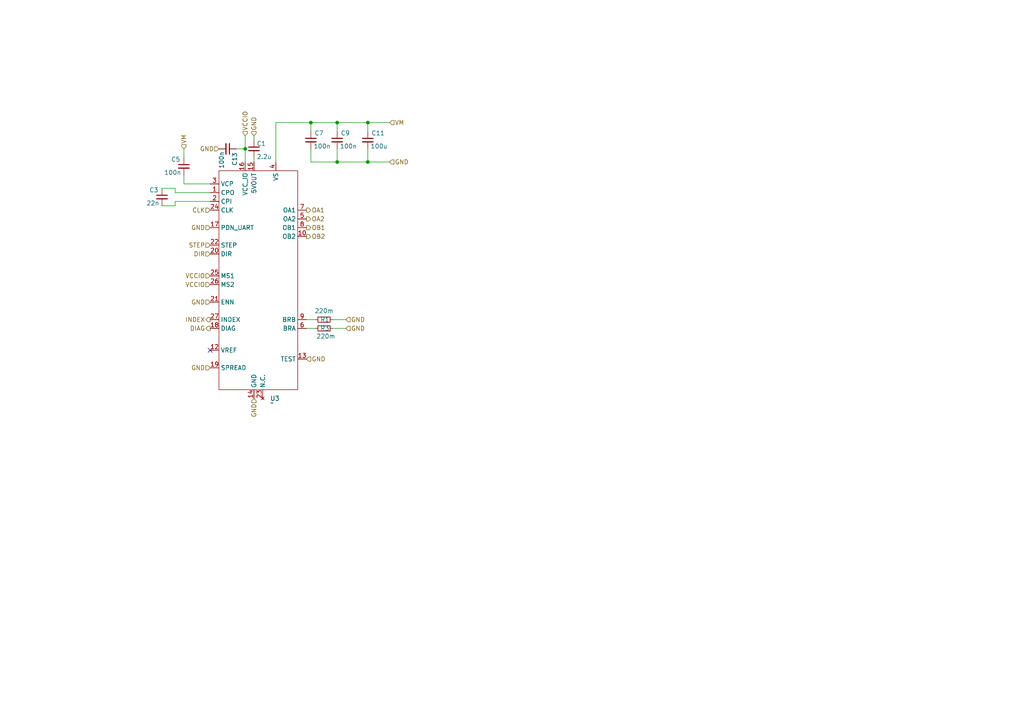
<source format=kicad_sch>
(kicad_sch
	(version 20250114)
	(generator "eeschema")
	(generator_version "9.0")
	(uuid "840412ee-a8ab-47b4-96db-aadfff9d46e8")
	(paper "A4")
	(lib_symbols
		(symbol "Device:C_Small"
			(pin_numbers
				(hide yes)
			)
			(pin_names
				(offset 0.254)
				(hide yes)
			)
			(exclude_from_sim no)
			(in_bom yes)
			(on_board yes)
			(property "Reference" "C"
				(at 0.254 1.778 0)
				(effects
					(font
						(size 1.27 1.27)
					)
					(justify left)
				)
			)
			(property "Value" "C_Small"
				(at 0.254 -2.032 0)
				(effects
					(font
						(size 1.27 1.27)
					)
					(justify left)
				)
			)
			(property "Footprint" ""
				(at 0 0 0)
				(effects
					(font
						(size 1.27 1.27)
					)
					(hide yes)
				)
			)
			(property "Datasheet" "~"
				(at 0 0 0)
				(effects
					(font
						(size 1.27 1.27)
					)
					(hide yes)
				)
			)
			(property "Description" "Unpolarized capacitor, small symbol"
				(at 0 0 0)
				(effects
					(font
						(size 1.27 1.27)
					)
					(hide yes)
				)
			)
			(property "ki_keywords" "capacitor cap"
				(at 0 0 0)
				(effects
					(font
						(size 1.27 1.27)
					)
					(hide yes)
				)
			)
			(property "ki_fp_filters" "C_*"
				(at 0 0 0)
				(effects
					(font
						(size 1.27 1.27)
					)
					(hide yes)
				)
			)
			(symbol "C_Small_0_1"
				(polyline
					(pts
						(xy -1.524 0.508) (xy 1.524 0.508)
					)
					(stroke
						(width 0.3048)
						(type default)
					)
					(fill
						(type none)
					)
				)
				(polyline
					(pts
						(xy -1.524 -0.508) (xy 1.524 -0.508)
					)
					(stroke
						(width 0.3302)
						(type default)
					)
					(fill
						(type none)
					)
				)
			)
			(symbol "C_Small_1_1"
				(pin passive line
					(at 0 2.54 270)
					(length 2.032)
					(name "~"
						(effects
							(font
								(size 1.27 1.27)
							)
						)
					)
					(number "1"
						(effects
							(font
								(size 1.27 1.27)
							)
						)
					)
				)
				(pin passive line
					(at 0 -2.54 90)
					(length 2.032)
					(name "~"
						(effects
							(font
								(size 1.27 1.27)
							)
						)
					)
					(number "2"
						(effects
							(font
								(size 1.27 1.27)
							)
						)
					)
				)
			)
			(embedded_fonts no)
		)
		(symbol "Device:R_Small"
			(pin_numbers
				(hide yes)
			)
			(pin_names
				(offset 0.254)
				(hide yes)
			)
			(exclude_from_sim no)
			(in_bom yes)
			(on_board yes)
			(property "Reference" "R"
				(at 0.762 0.508 0)
				(effects
					(font
						(size 1.27 1.27)
					)
					(justify left)
				)
			)
			(property "Value" "R_Small"
				(at 0.762 -1.016 0)
				(effects
					(font
						(size 1.27 1.27)
					)
					(justify left)
				)
			)
			(property "Footprint" ""
				(at 0 0 0)
				(effects
					(font
						(size 1.27 1.27)
					)
					(hide yes)
				)
			)
			(property "Datasheet" "~"
				(at 0 0 0)
				(effects
					(font
						(size 1.27 1.27)
					)
					(hide yes)
				)
			)
			(property "Description" "Resistor, small symbol"
				(at 0 0 0)
				(effects
					(font
						(size 1.27 1.27)
					)
					(hide yes)
				)
			)
			(property "ki_keywords" "R resistor"
				(at 0 0 0)
				(effects
					(font
						(size 1.27 1.27)
					)
					(hide yes)
				)
			)
			(property "ki_fp_filters" "R_*"
				(at 0 0 0)
				(effects
					(font
						(size 1.27 1.27)
					)
					(hide yes)
				)
			)
			(symbol "R_Small_0_1"
				(rectangle
					(start -0.762 1.778)
					(end 0.762 -1.778)
					(stroke
						(width 0.2032)
						(type default)
					)
					(fill
						(type none)
					)
				)
			)
			(symbol "R_Small_1_1"
				(pin passive line
					(at 0 2.54 270)
					(length 0.762)
					(name "~"
						(effects
							(font
								(size 1.27 1.27)
							)
						)
					)
					(number "1"
						(effects
							(font
								(size 1.27 1.27)
							)
						)
					)
				)
				(pin passive line
					(at 0 -2.54 90)
					(length 0.762)
					(name "~"
						(effects
							(font
								(size 1.27 1.27)
							)
						)
					)
					(number "2"
						(effects
							(font
								(size 1.27 1.27)
							)
						)
					)
				)
			)
			(embedded_fonts no)
		)
		(symbol "maker_rattrapage:TMC2225-SA"
			(exclude_from_sim no)
			(in_bom yes)
			(on_board yes)
			(property "Reference" "U"
				(at 0 0 0)
				(effects
					(font
						(size 1.27 1.27)
					)
				)
			)
			(property "Value" ""
				(at 0 0 0)
				(effects
					(font
						(size 1.27 1.27)
					)
				)
			)
			(property "Footprint" ""
				(at 0 0 0)
				(effects
					(font
						(size 1.27 1.27)
					)
					(hide yes)
				)
			)
			(property "Datasheet" ""
				(at 0 0 0)
				(effects
					(font
						(size 1.27 1.27)
					)
					(hide yes)
				)
			)
			(property "Description" ""
				(at 0 0 0)
				(effects
					(font
						(size 1.27 1.27)
					)
					(hide yes)
				)
			)
			(symbol "TMC2225-SA_0_1"
				(rectangle
					(start -11.43 16.51)
					(end 11.43 -46.99)
					(stroke
						(width 0)
						(type default)
					)
					(fill
						(type none)
					)
				)
			)
			(symbol "TMC2225-SA_1_1"
				(pin input line
					(at -13.97 12.7 0)
					(length 2.54)
					(name "VCP"
						(effects
							(font
								(size 1.27 1.27)
							)
						)
					)
					(number "3"
						(effects
							(font
								(size 1.27 1.27)
							)
						)
					)
				)
				(pin output line
					(at -13.97 10.16 0)
					(length 2.54)
					(name "CPO"
						(effects
							(font
								(size 1.27 1.27)
							)
						)
					)
					(number "1"
						(effects
							(font
								(size 1.27 1.27)
							)
						)
					)
				)
				(pin input line
					(at -13.97 7.62 0)
					(length 2.54)
					(name "CPI"
						(effects
							(font
								(size 1.27 1.27)
							)
						)
					)
					(number "2"
						(effects
							(font
								(size 1.27 1.27)
							)
						)
					)
				)
				(pin input line
					(at -13.97 5.08 0)
					(length 2.54)
					(name "CLK"
						(effects
							(font
								(size 1.27 1.27)
							)
						)
					)
					(number "24"
						(effects
							(font
								(size 1.27 1.27)
							)
						)
					)
				)
				(pin passive line
					(at -13.97 0 0)
					(length 2.54)
					(name "PDN_UART"
						(effects
							(font
								(size 1.27 1.27)
							)
						)
					)
					(number "17"
						(effects
							(font
								(size 1.27 1.27)
							)
						)
					)
				)
				(pin input line
					(at -13.97 -5.08 0)
					(length 2.54)
					(name "STEP"
						(effects
							(font
								(size 1.27 1.27)
							)
						)
					)
					(number "22"
						(effects
							(font
								(size 1.27 1.27)
							)
						)
					)
				)
				(pin input line
					(at -13.97 -7.62 0)
					(length 2.54)
					(name "DIR"
						(effects
							(font
								(size 1.27 1.27)
							)
						)
					)
					(number "20"
						(effects
							(font
								(size 1.27 1.27)
							)
						)
					)
				)
				(pin input line
					(at -13.97 -13.97 0)
					(length 2.54)
					(name "MS1"
						(effects
							(font
								(size 1.27 1.27)
							)
						)
					)
					(number "25"
						(effects
							(font
								(size 1.27 1.27)
							)
						)
					)
				)
				(pin input line
					(at -13.97 -16.51 0)
					(length 2.54)
					(name "MS2"
						(effects
							(font
								(size 1.27 1.27)
							)
						)
					)
					(number "26"
						(effects
							(font
								(size 1.27 1.27)
							)
						)
					)
				)
				(pin input line
					(at -13.97 -21.59 0)
					(length 2.54)
					(name "ENN"
						(effects
							(font
								(size 1.27 1.27)
							)
						)
					)
					(number "21"
						(effects
							(font
								(size 1.27 1.27)
							)
						)
					)
				)
				(pin output line
					(at -13.97 -26.67 0)
					(length 2.54)
					(name "INDEX"
						(effects
							(font
								(size 1.27 1.27)
							)
						)
					)
					(number "27"
						(effects
							(font
								(size 1.27 1.27)
							)
						)
					)
				)
				(pin output line
					(at -13.97 -29.21 0)
					(length 2.54)
					(name "DIAG"
						(effects
							(font
								(size 1.27 1.27)
							)
						)
					)
					(number "18"
						(effects
							(font
								(size 1.27 1.27)
							)
						)
					)
				)
				(pin input line
					(at -13.97 -35.56 0)
					(length 2.54)
					(name "VREF"
						(effects
							(font
								(size 1.27 1.27)
							)
						)
					)
					(number "12"
						(effects
							(font
								(size 1.27 1.27)
							)
						)
					)
				)
				(pin input line
					(at -13.97 -40.64 0)
					(length 2.54)
					(name "SPREAD"
						(effects
							(font
								(size 1.27 1.27)
							)
						)
					)
					(number "19"
						(effects
							(font
								(size 1.27 1.27)
							)
						)
					)
				)
				(pin power_in line
					(at -3.81 19.05 270)
					(length 2.54)
					(name "VCC_IO"
						(effects
							(font
								(size 1.27 1.27)
							)
						)
					)
					(number "16"
						(effects
							(font
								(size 1.27 1.27)
							)
						)
					)
				)
				(pin power_out line
					(at -1.27 19.05 270)
					(length 2.54)
					(name "5VOUT"
						(effects
							(font
								(size 1.27 1.27)
							)
						)
					)
					(number "15"
						(effects
							(font
								(size 1.27 1.27)
							)
						)
					)
				)
				(pin power_in line
					(at -1.27 -49.53 90)
					(length 2.54)
					(name "GND"
						(effects
							(font
								(size 1.27 1.27)
							)
						)
					)
					(number "14"
						(effects
							(font
								(size 1.27 1.27)
							)
						)
					)
				)
				(pin power_in line
					(at -1.27 -49.53 90)
					(length 2.54)
					(hide yes)
					(name "GND"
						(effects
							(font
								(size 1.27 1.27)
							)
						)
					)
					(number "28"
						(effects
							(font
								(size 1.27 1.27)
							)
						)
					)
				)
				(pin power_in line
					(at -1.27 -49.53 90)
					(length 2.54)
					(hide yes)
					(name "GND"
						(effects
							(font
								(size 1.27 1.27)
							)
						)
					)
					(number "29"
						(effects
							(font
								(size 1.27 1.27)
							)
						)
					)
				)
				(pin no_connect line
					(at 1.27 -49.53 90)
					(length 2.54)
					(name "N.C."
						(effects
							(font
								(size 1.27 1.27)
							)
						)
					)
					(number "23"
						(effects
							(font
								(size 1.27 1.27)
							)
						)
					)
				)
				(pin power_in line
					(at 5.08 19.05 270)
					(length 2.54)
					(hide yes)
					(name "VS"
						(effects
							(font
								(size 1.27 1.27)
							)
						)
					)
					(number "11"
						(effects
							(font
								(size 1.27 1.27)
							)
						)
					)
				)
				(pin power_in line
					(at 5.08 19.05 270)
					(length 2.54)
					(name "VS"
						(effects
							(font
								(size 1.27 1.27)
							)
						)
					)
					(number "4"
						(effects
							(font
								(size 1.27 1.27)
							)
						)
					)
				)
				(pin output line
					(at 13.97 5.08 180)
					(length 2.54)
					(name "OA1"
						(effects
							(font
								(size 1.27 1.27)
							)
						)
					)
					(number "7"
						(effects
							(font
								(size 1.27 1.27)
							)
						)
					)
				)
				(pin output line
					(at 13.97 2.54 180)
					(length 2.54)
					(name "OA2"
						(effects
							(font
								(size 1.27 1.27)
							)
						)
					)
					(number "5"
						(effects
							(font
								(size 1.27 1.27)
							)
						)
					)
				)
				(pin output line
					(at 13.97 0 180)
					(length 2.54)
					(name "OB1"
						(effects
							(font
								(size 1.27 1.27)
							)
						)
					)
					(number "8"
						(effects
							(font
								(size 1.27 1.27)
							)
						)
					)
				)
				(pin output line
					(at 13.97 -2.54 180)
					(length 2.54)
					(name "OB2"
						(effects
							(font
								(size 1.27 1.27)
							)
						)
					)
					(number "10"
						(effects
							(font
								(size 1.27 1.27)
							)
						)
					)
				)
				(pin passive line
					(at 13.97 -26.67 180)
					(length 2.54)
					(name "BRB"
						(effects
							(font
								(size 1.27 1.27)
							)
						)
					)
					(number "9"
						(effects
							(font
								(size 1.27 1.27)
							)
						)
					)
				)
				(pin passive line
					(at 13.97 -29.21 180)
					(length 2.54)
					(name "BRA"
						(effects
							(font
								(size 1.27 1.27)
							)
						)
					)
					(number "6"
						(effects
							(font
								(size 1.27 1.27)
							)
						)
					)
				)
				(pin passive line
					(at 13.97 -38.1 180)
					(length 2.54)
					(name "TEST"
						(effects
							(font
								(size 1.27 1.27)
							)
						)
					)
					(number "13"
						(effects
							(font
								(size 1.27 1.27)
							)
						)
					)
				)
			)
			(embedded_fonts no)
		)
	)
	(junction
		(at 106.68 46.99)
		(diameter 0)
		(color 0 0 0 0)
		(uuid "2075d81c-64a0-4022-a28a-3881530f450a")
	)
	(junction
		(at 106.68 35.56)
		(diameter 0)
		(color 0 0 0 0)
		(uuid "25c09212-9331-46bf-8163-a306ea14b7fa")
	)
	(junction
		(at 90.17 35.56)
		(diameter 0)
		(color 0 0 0 0)
		(uuid "62f2f94e-1066-42a7-a17d-d8ea45aee421")
	)
	(junction
		(at 97.79 35.56)
		(diameter 0)
		(color 0 0 0 0)
		(uuid "789b6b4d-d8f1-4405-a43c-e25332913a3d")
	)
	(junction
		(at 97.79 46.99)
		(diameter 0)
		(color 0 0 0 0)
		(uuid "aa98cc82-77b7-4986-a007-68472ed02e8b")
	)
	(junction
		(at 71.12 43.18)
		(diameter 0)
		(color 0 0 0 0)
		(uuid "e3a850c8-e44b-4d1e-820c-8b2337a09381")
	)
	(no_connect
		(at 60.96 101.6)
		(uuid "4c1c0b6d-ccf8-4e96-a8e8-051a951c3e16")
	)
	(wire
		(pts
			(xy 71.12 46.99) (xy 71.12 43.18)
		)
		(stroke
			(width 0)
			(type default)
		)
		(uuid "085899d2-b03c-4326-ae61-da2c8d2f4df0")
	)
	(wire
		(pts
			(xy 46.99 59.69) (xy 50.8 59.69)
		)
		(stroke
			(width 0)
			(type default)
		)
		(uuid "17ce50e5-bfe1-4a0a-8dc8-6853e36e9dae")
	)
	(wire
		(pts
			(xy 96.52 95.25) (xy 100.33 95.25)
		)
		(stroke
			(width 0)
			(type default)
		)
		(uuid "195da73e-7ece-42ae-b6a3-39e9461268f1")
	)
	(wire
		(pts
			(xy 71.12 43.18) (xy 68.58 43.18)
		)
		(stroke
			(width 0)
			(type default)
		)
		(uuid "19684c0a-e314-42ed-a28d-6196f8da2172")
	)
	(wire
		(pts
			(xy 113.03 35.56) (xy 106.68 35.56)
		)
		(stroke
			(width 0)
			(type default)
		)
		(uuid "1c9d66bb-4094-4a09-be77-d569dd3a7f68")
	)
	(wire
		(pts
			(xy 106.68 38.1) (xy 106.68 35.56)
		)
		(stroke
			(width 0)
			(type default)
		)
		(uuid "23054382-316c-4452-b784-6512fe4a5231")
	)
	(wire
		(pts
			(xy 97.79 46.99) (xy 90.17 46.99)
		)
		(stroke
			(width 0)
			(type default)
		)
		(uuid "301ff95b-b15b-435e-a543-682a74a25522")
	)
	(wire
		(pts
			(xy 73.66 45.72) (xy 73.66 46.99)
		)
		(stroke
			(width 0)
			(type default)
		)
		(uuid "39a776f1-b0de-44e1-9932-620a3c32e3a8")
	)
	(wire
		(pts
			(xy 73.66 39.37) (xy 73.66 40.64)
		)
		(stroke
			(width 0)
			(type default)
		)
		(uuid "3b2bf346-7618-4d69-b37e-1ddd9c374a6a")
	)
	(wire
		(pts
			(xy 113.03 46.99) (xy 106.68 46.99)
		)
		(stroke
			(width 0)
			(type default)
		)
		(uuid "3ec3a337-c78b-4a05-a925-82456a65f269")
	)
	(wire
		(pts
			(xy 80.01 35.56) (xy 80.01 46.99)
		)
		(stroke
			(width 0)
			(type default)
		)
		(uuid "4579eb39-b63a-4b18-bdf1-59037dfb8377")
	)
	(wire
		(pts
			(xy 97.79 43.18) (xy 97.79 46.99)
		)
		(stroke
			(width 0)
			(type default)
		)
		(uuid "50c0ff81-664d-4e51-aa55-9c390ba4fd80")
	)
	(wire
		(pts
			(xy 97.79 35.56) (xy 90.17 35.56)
		)
		(stroke
			(width 0)
			(type default)
		)
		(uuid "516ce26c-941a-4ab5-9fae-9ee60c73b930")
	)
	(wire
		(pts
			(xy 90.17 35.56) (xy 90.17 38.1)
		)
		(stroke
			(width 0)
			(type default)
		)
		(uuid "52041368-d7d8-4ccf-9f92-cea710fffcd3")
	)
	(wire
		(pts
			(xy 53.34 43.18) (xy 53.34 45.72)
		)
		(stroke
			(width 0)
			(type default)
		)
		(uuid "54f6867c-0ed8-4299-92c7-6006dd151496")
	)
	(wire
		(pts
			(xy 97.79 38.1) (xy 97.79 35.56)
		)
		(stroke
			(width 0)
			(type default)
		)
		(uuid "57c24eb2-a53c-4a0d-a3ea-01903cd1ecf9")
	)
	(wire
		(pts
			(xy 96.52 92.71) (xy 100.33 92.71)
		)
		(stroke
			(width 0)
			(type default)
		)
		(uuid "593a3f6e-25e3-4048-b879-0f0502ff2a48")
	)
	(wire
		(pts
			(xy 106.68 35.56) (xy 97.79 35.56)
		)
		(stroke
			(width 0)
			(type default)
		)
		(uuid "5e13c707-9e30-4a8c-ab62-6c2fb556e8df")
	)
	(wire
		(pts
			(xy 106.68 43.18) (xy 106.68 46.99)
		)
		(stroke
			(width 0)
			(type default)
		)
		(uuid "63a7f47d-8618-4c75-b5fc-bd8a7ef25d1d")
	)
	(wire
		(pts
			(xy 46.99 54.61) (xy 50.8 54.61)
		)
		(stroke
			(width 0)
			(type default)
		)
		(uuid "71a60e5c-85dc-4547-84de-893ea4fe0edc")
	)
	(wire
		(pts
			(xy 90.17 43.18) (xy 90.17 46.99)
		)
		(stroke
			(width 0)
			(type default)
		)
		(uuid "8e7c907b-4086-4c85-be63-257e9179d21a")
	)
	(wire
		(pts
			(xy 50.8 55.88) (xy 50.8 54.61)
		)
		(stroke
			(width 0)
			(type default)
		)
		(uuid "b549e4c8-b686-45f1-8d93-7bb5c3fd7784")
	)
	(wire
		(pts
			(xy 91.44 95.25) (xy 88.9 95.25)
		)
		(stroke
			(width 0)
			(type default)
		)
		(uuid "b99f95fe-d53e-495d-a7ea-41f0633318bf")
	)
	(wire
		(pts
			(xy 60.96 53.34) (xy 53.34 53.34)
		)
		(stroke
			(width 0)
			(type default)
		)
		(uuid "bb3327e9-9219-4ef8-88c0-659a2a62405a")
	)
	(wire
		(pts
			(xy 60.96 58.42) (xy 50.8 58.42)
		)
		(stroke
			(width 0)
			(type default)
		)
		(uuid "bf024053-d455-41aa-8d7f-b5d4ab59cf03")
	)
	(wire
		(pts
			(xy 50.8 58.42) (xy 50.8 59.69)
		)
		(stroke
			(width 0)
			(type default)
		)
		(uuid "c43a2040-d679-4426-96b3-64109c4a9c67")
	)
	(wire
		(pts
			(xy 60.96 55.88) (xy 50.8 55.88)
		)
		(stroke
			(width 0)
			(type default)
		)
		(uuid "d0d23d78-ca54-41f2-baba-74fa1e9f2d10")
	)
	(wire
		(pts
			(xy 80.01 35.56) (xy 90.17 35.56)
		)
		(stroke
			(width 0)
			(type default)
		)
		(uuid "d1387386-f036-4955-bb6d-faef4d15b2c0")
	)
	(wire
		(pts
			(xy 71.12 39.37) (xy 71.12 43.18)
		)
		(stroke
			(width 0)
			(type default)
		)
		(uuid "d554168c-83a7-4627-b5a5-c221e0d5cdb3")
	)
	(wire
		(pts
			(xy 53.34 53.34) (xy 53.34 50.8)
		)
		(stroke
			(width 0)
			(type default)
		)
		(uuid "d672a061-c4d0-4988-86f4-95e4dc33897e")
	)
	(wire
		(pts
			(xy 106.68 46.99) (xy 97.79 46.99)
		)
		(stroke
			(width 0)
			(type default)
		)
		(uuid "e5273d96-9fe5-415d-8a41-328aeaf5d3b3")
	)
	(wire
		(pts
			(xy 91.44 92.71) (xy 88.9 92.71)
		)
		(stroke
			(width 0)
			(type default)
		)
		(uuid "f39146f6-02e4-4f2a-be96-dad5e99d796b")
	)
	(hierarchical_label "GND"
		(shape input)
		(at 60.96 87.63 180)
		(effects
			(font
				(size 1.27 1.27)
			)
			(justify right)
		)
		(uuid "16799f86-29de-4eb8-8595-b7c7c027de0d")
	)
	(hierarchical_label "GND"
		(shape input)
		(at 100.33 95.25 0)
		(effects
			(font
				(size 1.27 1.27)
			)
			(justify left)
		)
		(uuid "1d7e3112-c86c-4aac-91b8-54494903cc84")
	)
	(hierarchical_label "OA1"
		(shape output)
		(at 88.9 60.96 0)
		(effects
			(font
				(size 1.27 1.27)
			)
			(justify left)
		)
		(uuid "1e44a152-c854-4d9f-83fe-8dc7f8c8c633")
	)
	(hierarchical_label "GND"
		(shape input)
		(at 63.5 43.18 180)
		(effects
			(font
				(size 1.27 1.27)
			)
			(justify right)
		)
		(uuid "2ec0276f-75bd-45b1-9410-266d6eb02064")
	)
	(hierarchical_label "GND"
		(shape input)
		(at 113.03 46.99 0)
		(effects
			(font
				(size 1.27 1.27)
			)
			(justify left)
		)
		(uuid "305cc2ca-c4e4-48f1-b1d6-f2608472ce81")
	)
	(hierarchical_label "VCCIO"
		(shape input)
		(at 60.96 80.01 180)
		(effects
			(font
				(size 1.27 1.27)
			)
			(justify right)
		)
		(uuid "3964c853-f0c6-4078-a47f-95fa6127966b")
	)
	(hierarchical_label "INDEX"
		(shape output)
		(at 60.96 92.71 180)
		(effects
			(font
				(size 1.27 1.27)
			)
			(justify right)
		)
		(uuid "399df578-861d-4b5b-a214-97709f22f850")
	)
	(hierarchical_label "VM"
		(shape input)
		(at 113.03 35.56 0)
		(effects
			(font
				(size 1.27 1.27)
			)
			(justify left)
		)
		(uuid "4906a963-f085-4f9c-a455-6dc7336b7931")
	)
	(hierarchical_label "OB2"
		(shape output)
		(at 88.9 68.58 0)
		(effects
			(font
				(size 1.27 1.27)
			)
			(justify left)
		)
		(uuid "4c4e5cff-d7b6-4713-98b7-1ca0b73f0860")
	)
	(hierarchical_label "OA2"
		(shape output)
		(at 88.9 63.5 0)
		(effects
			(font
				(size 1.27 1.27)
			)
			(justify left)
		)
		(uuid "4ca2451d-f493-4cad-a2d3-9c8d3fa2e5e2")
	)
	(hierarchical_label "GND"
		(shape input)
		(at 60.96 66.04 180)
		(effects
			(font
				(size 1.27 1.27)
			)
			(justify right)
		)
		(uuid "52d1e346-38de-4358-8ada-5e67c5e63851")
	)
	(hierarchical_label "VM"
		(shape input)
		(at 53.34 43.18 90)
		(effects
			(font
				(size 1.27 1.27)
			)
			(justify left)
		)
		(uuid "6138c7d6-bc5c-4940-8d9a-7f1fd254df3e")
	)
	(hierarchical_label "CLK"
		(shape input)
		(at 60.96 60.96 180)
		(effects
			(font
				(size 1.27 1.27)
			)
			(justify right)
		)
		(uuid "6b264096-12d3-4406-bd8d-4e8469dda0bb")
	)
	(hierarchical_label "GND"
		(shape input)
		(at 73.66 39.37 90)
		(effects
			(font
				(size 1.27 1.27)
			)
			(justify left)
		)
		(uuid "7d6ec7d6-4268-4c1d-bdda-30e2c3028f1d")
	)
	(hierarchical_label "GND"
		(shape input)
		(at 73.66 115.57 270)
		(effects
			(font
				(size 1.27 1.27)
			)
			(justify right)
		)
		(uuid "9f79b61b-7b3d-41eb-a550-7de05432cff2")
	)
	(hierarchical_label "GND"
		(shape input)
		(at 100.33 92.71 0)
		(effects
			(font
				(size 1.27 1.27)
			)
			(justify left)
		)
		(uuid "a50c127f-8bd9-4595-9395-40c936ef0435")
	)
	(hierarchical_label "VCCIO"
		(shape input)
		(at 71.12 39.37 90)
		(effects
			(font
				(size 1.27 1.27)
			)
			(justify left)
		)
		(uuid "b221125f-eb43-49eb-98b6-a23ab9ad7650")
	)
	(hierarchical_label "OB1"
		(shape output)
		(at 88.9 66.04 0)
		(effects
			(font
				(size 1.27 1.27)
			)
			(justify left)
		)
		(uuid "b4d7e3e8-de06-4435-943b-52ac8ca3b98e")
	)
	(hierarchical_label "GND"
		(shape input)
		(at 60.96 106.68 180)
		(effects
			(font
				(size 1.27 1.27)
			)
			(justify right)
		)
		(uuid "c5c21d78-ef11-46fc-a38a-a1f46bef269a")
	)
	(hierarchical_label "DIR"
		(shape input)
		(at 60.96 73.66 180)
		(effects
			(font
				(size 1.27 1.27)
			)
			(justify right)
		)
		(uuid "cd9c4c7e-5c70-4236-9649-a10b9d372364")
	)
	(hierarchical_label "DIAG"
		(shape output)
		(at 60.96 95.25 180)
		(effects
			(font
				(size 1.27 1.27)
			)
			(justify right)
		)
		(uuid "d886d054-0ad1-4493-a925-cce05d2eac8b")
	)
	(hierarchical_label "VCCIO"
		(shape input)
		(at 60.96 82.55 180)
		(effects
			(font
				(size 1.27 1.27)
			)
			(justify right)
		)
		(uuid "e8bfe3a2-f68b-4685-923c-10619427fce4")
	)
	(hierarchical_label "STEP"
		(shape input)
		(at 60.96 71.12 180)
		(effects
			(font
				(size 1.27 1.27)
			)
			(justify right)
		)
		(uuid "ec901eb5-d8a9-45d6-b5f4-e4635fec7ae5")
	)
	(hierarchical_label "GND"
		(shape input)
		(at 88.9 104.14 0)
		(effects
			(font
				(size 1.27 1.27)
			)
			(justify left)
		)
		(uuid "f77cb3eb-e378-4670-96ff-e7c68735da87")
	)
	(symbol
		(lib_id "Device:C_Small")
		(at 73.66 43.18 0)
		(unit 1)
		(exclude_from_sim no)
		(in_bom yes)
		(on_board yes)
		(dnp no)
		(uuid "1759b32b-e623-4f31-8983-97c57437a5a6")
		(property "Reference" "C1"
			(at 74.422 41.656 0)
			(effects
				(font
					(size 1.27 1.27)
				)
				(justify left)
			)
		)
		(property "Value" "2.2u"
			(at 74.422 45.466 0)
			(effects
				(font
					(size 1.27 1.27)
				)
				(justify left)
			)
		)
		(property "Footprint" "Capacitor_SMD:C_0504_1310Metric"
			(at 73.66 43.18 0)
			(effects
				(font
					(size 1.27 1.27)
				)
				(hide yes)
			)
		)
		(property "Datasheet" "~"
			(at 73.66 43.18 0)
			(effects
				(font
					(size 1.27 1.27)
				)
				(hide yes)
			)
		)
		(property "Description" "Unpolarized capacitor, small symbol"
			(at 73.66 43.18 0)
			(effects
				(font
					(size 1.27 1.27)
				)
				(hide yes)
			)
		)
		(pin "2"
			(uuid "b001b5a9-3f32-4452-b92a-8866673f7d27")
		)
		(pin "1"
			(uuid "6dc1d150-b019-4355-ba7d-d134d4d57292")
		)
		(instances
			(project ""
				(path "/7d8adc11-0b61-4b15-8d40-e1382185ffc3/45067645-2883-4626-a013-e9c2fed95d7d"
					(reference "C1")
					(unit 1)
				)
				(path "/7d8adc11-0b61-4b15-8d40-e1382185ffc3/96df73cf-1493-4900-af28-513566e66802"
					(reference "C2")
					(unit 1)
				)
			)
		)
	)
	(symbol
		(lib_id "Device:R_Small")
		(at 93.98 92.71 90)
		(unit 1)
		(exclude_from_sim no)
		(in_bom yes)
		(on_board yes)
		(dnp no)
		(uuid "28d06360-6ede-4678-b2b0-1c04a453c041")
		(property "Reference" "R1"
			(at 94.234 92.71 90)
			(effects
				(font
					(size 1.27 1.27)
				)
			)
		)
		(property "Value" "220m"
			(at 93.98 90.17 90)
			(effects
				(font
					(size 1.27 1.27)
				)
			)
		)
		(property "Footprint" "Resistor_SMD:R_0603_1608Metric_Pad0.98x0.95mm_HandSolder"
			(at 93.98 92.71 0)
			(effects
				(font
					(size 1.27 1.27)
				)
				(hide yes)
			)
		)
		(property "Datasheet" "~"
			(at 93.98 92.71 0)
			(effects
				(font
					(size 1.27 1.27)
				)
				(hide yes)
			)
		)
		(property "Description" "Resistor, small symbol"
			(at 93.98 92.71 0)
			(effects
				(font
					(size 1.27 1.27)
				)
				(hide yes)
			)
		)
		(pin "2"
			(uuid "d8db4c71-fa48-48c5-8711-b49277de0801")
		)
		(pin "1"
			(uuid "bcfe40d1-dd1b-4e06-83cb-73ada94b3473")
		)
		(instances
			(project ""
				(path "/7d8adc11-0b61-4b15-8d40-e1382185ffc3/45067645-2883-4626-a013-e9c2fed95d7d"
					(reference "R1")
					(unit 1)
				)
				(path "/7d8adc11-0b61-4b15-8d40-e1382185ffc3/96df73cf-1493-4900-af28-513566e66802"
					(reference "R2")
					(unit 1)
				)
			)
		)
	)
	(symbol
		(lib_id "maker_rattrapage:TMC2225-SA")
		(at 74.93 66.04 0)
		(unit 1)
		(exclude_from_sim no)
		(in_bom yes)
		(on_board yes)
		(dnp no)
		(fields_autoplaced yes)
		(uuid "3920de94-6d5c-475f-a5bf-7db4d6509926")
		(property "Reference" "U3"
			(at 78.3433 115.57 0)
			(effects
				(font
					(size 1.27 1.27)
				)
				(justify left)
			)
		)
		(property "Value" "~"
			(at 78.3433 116.84 0)
			(effects
				(font
					(size 1.27 1.27)
				)
				(justify left)
			)
		)
		(property "Footprint" "Package_SO:HTSSOP-28-1EP_4.4x9.7mm_P0.65mm_EP2.75x6.2mm"
			(at 74.93 66.04 0)
			(effects
				(font
					(size 1.27 1.27)
				)
				(hide yes)
			)
		)
		(property "Datasheet" ""
			(at 74.93 66.04 0)
			(effects
				(font
					(size 1.27 1.27)
				)
				(hide yes)
			)
		)
		(property "Description" ""
			(at 74.93 66.04 0)
			(effects
				(font
					(size 1.27 1.27)
				)
				(hide yes)
			)
		)
		(pin "20"
			(uuid "5436d0d3-762e-4b74-8d0a-bbc4f0290be1")
		)
		(pin "21"
			(uuid "15e41773-a201-4a62-9454-d4a74b98125b")
		)
		(pin "26"
			(uuid "419fe723-ed1a-4362-8290-f24a1671336c")
		)
		(pin "19"
			(uuid "037e1607-a460-4a42-9b19-bfd121697a3e")
		)
		(pin "29"
			(uuid "139068cc-e59c-4084-9e75-87268256436e")
		)
		(pin "28"
			(uuid "5806990c-834c-453c-982f-d850213deced")
		)
		(pin "24"
			(uuid "b2c5a586-193f-463d-9cfa-6970a5f4c6a9")
		)
		(pin "3"
			(uuid "2303e1d3-0149-48db-a0a6-d6c2144d4692")
		)
		(pin "2"
			(uuid "d81c8904-083b-47ec-94a5-5b2dc898e9f2")
		)
		(pin "17"
			(uuid "a9deeb94-ed26-487f-a7e2-c1a1f25adfb6")
		)
		(pin "1"
			(uuid "a64c7969-6a40-4405-9b4b-7be804971ae8")
		)
		(pin "22"
			(uuid "881a72a5-2ac8-480a-8284-cf339652fab8")
		)
		(pin "25"
			(uuid "bd713bd3-ac36-463f-ae28-725a311b031d")
		)
		(pin "27"
			(uuid "2130842b-96b9-4f7f-a63e-58ce4ca39841")
		)
		(pin "18"
			(uuid "93b61764-0360-4c74-8322-28686efd5d6b")
		)
		(pin "12"
			(uuid "fd6bd29f-1b8d-4de5-8054-2ba74805a61a")
		)
		(pin "16"
			(uuid "d97bb2bf-85e5-4dd2-ae65-1d1658f3e9f8")
		)
		(pin "15"
			(uuid "064708cb-8e04-451b-9ade-0c620f875272")
		)
		(pin "14"
			(uuid "e870c011-2df5-462e-b68a-3380f54d0234")
		)
		(pin "13"
			(uuid "88eddf48-ac36-4bcc-9611-d3719552f248")
		)
		(pin "5"
			(uuid "d6ed4858-d1a2-4b17-ac70-9ddbbc9557a5")
		)
		(pin "8"
			(uuid "f43b66e8-6e59-4f8a-a15a-248d309ffa1d")
		)
		(pin "4"
			(uuid "6fda1998-342f-4610-9dda-531bbad795a6")
		)
		(pin "9"
			(uuid "e94575ef-1642-4058-9588-1b9db26ee2c1")
		)
		(pin "10"
			(uuid "509a96fc-ffa5-483d-a994-bfcd10e63fd2")
		)
		(pin "23"
			(uuid "e4077bd1-ed0a-4fc3-b97c-9a04dd6ddce1")
		)
		(pin "7"
			(uuid "dd820252-d77d-4758-98d6-6c47ad6f8fd0")
		)
		(pin "6"
			(uuid "58d87b45-ce88-4988-80ce-199de4efd926")
		)
		(pin "11"
			(uuid "5df74619-bd0d-417f-993c-53bee04f14a7")
		)
		(instances
			(project "Rattrapage_Option_Maker"
				(path "/7d8adc11-0b61-4b15-8d40-e1382185ffc3/45067645-2883-4626-a013-e9c2fed95d7d"
					(reference "U3")
					(unit 1)
				)
				(path "/7d8adc11-0b61-4b15-8d40-e1382185ffc3/96df73cf-1493-4900-af28-513566e66802"
					(reference "U4")
					(unit 1)
				)
			)
		)
	)
	(symbol
		(lib_id "Device:C_Small")
		(at 46.99 57.15 0)
		(mirror y)
		(unit 1)
		(exclude_from_sim no)
		(in_bom yes)
		(on_board yes)
		(dnp no)
		(uuid "44a9024f-c69c-448c-a891-7fc6abbbb7ac")
		(property "Reference" "C3"
			(at 45.974 55.118 0)
			(effects
				(font
					(size 1.27 1.27)
				)
				(justify left)
			)
		)
		(property "Value" "22n"
			(at 46.228 58.928 0)
			(effects
				(font
					(size 1.27 1.27)
				)
				(justify left)
			)
		)
		(property "Footprint" "Capacitor_SMD:C_0504_1310Metric"
			(at 46.99 57.15 0)
			(effects
				(font
					(size 1.27 1.27)
				)
				(hide yes)
			)
		)
		(property "Datasheet" "~"
			(at 46.99 57.15 0)
			(effects
				(font
					(size 1.27 1.27)
				)
				(hide yes)
			)
		)
		(property "Description" "Unpolarized capacitor, small symbol"
			(at 46.99 57.15 0)
			(effects
				(font
					(size 1.27 1.27)
				)
				(hide yes)
			)
		)
		(pin "2"
			(uuid "e659947c-175b-4348-8c20-3e8bddc4bdf7")
		)
		(pin "1"
			(uuid "00e52498-f5b0-4eab-8ae2-1be67eca9d75")
		)
		(instances
			(project "Rattrapage_Option_Maker"
				(path "/7d8adc11-0b61-4b15-8d40-e1382185ffc3/45067645-2883-4626-a013-e9c2fed95d7d"
					(reference "C3")
					(unit 1)
				)
				(path "/7d8adc11-0b61-4b15-8d40-e1382185ffc3/96df73cf-1493-4900-af28-513566e66802"
					(reference "C4")
					(unit 1)
				)
			)
		)
	)
	(symbol
		(lib_id "Device:C_Small")
		(at 66.04 43.18 270)
		(unit 1)
		(exclude_from_sim no)
		(in_bom yes)
		(on_board yes)
		(dnp no)
		(uuid "643bb95d-8908-4bf2-a3e4-054af630dfae")
		(property "Reference" "C13"
			(at 68.072 44.196 0)
			(effects
				(font
					(size 1.27 1.27)
				)
				(justify left)
			)
		)
		(property "Value" "100n"
			(at 64.262 43.942 0)
			(effects
				(font
					(size 1.27 1.27)
				)
				(justify left)
			)
		)
		(property "Footprint" "Capacitor_SMD:C_0504_1310Metric"
			(at 66.04 43.18 0)
			(effects
				(font
					(size 1.27 1.27)
				)
				(hide yes)
			)
		)
		(property "Datasheet" "~"
			(at 66.04 43.18 0)
			(effects
				(font
					(size 1.27 1.27)
				)
				(hide yes)
			)
		)
		(property "Description" "Unpolarized capacitor, small symbol"
			(at 66.04 43.18 0)
			(effects
				(font
					(size 1.27 1.27)
				)
				(hide yes)
			)
		)
		(pin "2"
			(uuid "44e8ad91-7b80-4178-b40b-269bf6f7c97b")
		)
		(pin "1"
			(uuid "fe51a1be-1419-468a-a2ca-bb6d368ccd36")
		)
		(instances
			(project "Rattrapage_Option_Maker"
				(path "/7d8adc11-0b61-4b15-8d40-e1382185ffc3/45067645-2883-4626-a013-e9c2fed95d7d"
					(reference "C13")
					(unit 1)
				)
				(path "/7d8adc11-0b61-4b15-8d40-e1382185ffc3/96df73cf-1493-4900-af28-513566e66802"
					(reference "C14")
					(unit 1)
				)
			)
		)
	)
	(symbol
		(lib_id "Device:C_Small")
		(at 53.34 48.26 0)
		(mirror y)
		(unit 1)
		(exclude_from_sim no)
		(in_bom yes)
		(on_board yes)
		(dnp no)
		(uuid "9a5750b0-ac72-4b01-9d5b-8c00e00855a8")
		(property "Reference" "C5"
			(at 52.324 46.228 0)
			(effects
				(font
					(size 1.27 1.27)
				)
				(justify left)
			)
		)
		(property "Value" "100n"
			(at 52.578 50.038 0)
			(effects
				(font
					(size 1.27 1.27)
				)
				(justify left)
			)
		)
		(property "Footprint" "Capacitor_SMD:C_0504_1310Metric"
			(at 53.34 48.26 0)
			(effects
				(font
					(size 1.27 1.27)
				)
				(hide yes)
			)
		)
		(property "Datasheet" "~"
			(at 53.34 48.26 0)
			(effects
				(font
					(size 1.27 1.27)
				)
				(hide yes)
			)
		)
		(property "Description" "Unpolarized capacitor, small symbol"
			(at 53.34 48.26 0)
			(effects
				(font
					(size 1.27 1.27)
				)
				(hide yes)
			)
		)
		(pin "2"
			(uuid "1849b311-4298-45a8-8a95-fb53a673064d")
		)
		(pin "1"
			(uuid "d5168434-e450-4398-a774-5168bffe8364")
		)
		(instances
			(project "Rattrapage_Option_Maker"
				(path "/7d8adc11-0b61-4b15-8d40-e1382185ffc3/45067645-2883-4626-a013-e9c2fed95d7d"
					(reference "C5")
					(unit 1)
				)
				(path "/7d8adc11-0b61-4b15-8d40-e1382185ffc3/96df73cf-1493-4900-af28-513566e66802"
					(reference "C6")
					(unit 1)
				)
			)
		)
	)
	(symbol
		(lib_id "Device:C_Small")
		(at 97.79 40.64 0)
		(unit 1)
		(exclude_from_sim no)
		(in_bom yes)
		(on_board yes)
		(dnp no)
		(uuid "b11a4e2e-d164-4f05-a298-8ce63434119c")
		(property "Reference" "C9"
			(at 98.806 38.608 0)
			(effects
				(font
					(size 1.27 1.27)
				)
				(justify left)
			)
		)
		(property "Value" "100n"
			(at 98.552 42.418 0)
			(effects
				(font
					(size 1.27 1.27)
				)
				(justify left)
			)
		)
		(property "Footprint" "Capacitor_SMD:C_0504_1310Metric"
			(at 97.79 40.64 0)
			(effects
				(font
					(size 1.27 1.27)
				)
				(hide yes)
			)
		)
		(property "Datasheet" "~"
			(at 97.79 40.64 0)
			(effects
				(font
					(size 1.27 1.27)
				)
				(hide yes)
			)
		)
		(property "Description" "Unpolarized capacitor, small symbol"
			(at 97.79 40.64 0)
			(effects
				(font
					(size 1.27 1.27)
				)
				(hide yes)
			)
		)
		(pin "2"
			(uuid "d7adbbd8-b0da-407a-9a12-752c84b6172e")
		)
		(pin "1"
			(uuid "6bbfa0cd-645d-461a-b773-5ac8ac51bbb6")
		)
		(instances
			(project "Rattrapage_Option_Maker"
				(path "/7d8adc11-0b61-4b15-8d40-e1382185ffc3/45067645-2883-4626-a013-e9c2fed95d7d"
					(reference "C9")
					(unit 1)
				)
				(path "/7d8adc11-0b61-4b15-8d40-e1382185ffc3/96df73cf-1493-4900-af28-513566e66802"
					(reference "C10")
					(unit 1)
				)
			)
		)
	)
	(symbol
		(lib_id "Device:C_Small")
		(at 90.17 40.64 0)
		(unit 1)
		(exclude_from_sim no)
		(in_bom yes)
		(on_board yes)
		(dnp no)
		(uuid "bba81518-56fc-4d53-a316-30c65b68d139")
		(property "Reference" "C7"
			(at 91.186 38.608 0)
			(effects
				(font
					(size 1.27 1.27)
				)
				(justify left)
			)
		)
		(property "Value" "100n"
			(at 90.932 42.418 0)
			(effects
				(font
					(size 1.27 1.27)
				)
				(justify left)
			)
		)
		(property "Footprint" "Capacitor_SMD:C_0504_1310Metric"
			(at 90.17 40.64 0)
			(effects
				(font
					(size 1.27 1.27)
				)
				(hide yes)
			)
		)
		(property "Datasheet" "~"
			(at 90.17 40.64 0)
			(effects
				(font
					(size 1.27 1.27)
				)
				(hide yes)
			)
		)
		(property "Description" "Unpolarized capacitor, small symbol"
			(at 90.17 40.64 0)
			(effects
				(font
					(size 1.27 1.27)
				)
				(hide yes)
			)
		)
		(pin "2"
			(uuid "99586335-4e18-4e94-87db-3ebb4559c054")
		)
		(pin "1"
			(uuid "9d4db5c6-754f-4759-83df-abf62f22039b")
		)
		(instances
			(project "Rattrapage_Option_Maker"
				(path "/7d8adc11-0b61-4b15-8d40-e1382185ffc3/45067645-2883-4626-a013-e9c2fed95d7d"
					(reference "C7")
					(unit 1)
				)
				(path "/7d8adc11-0b61-4b15-8d40-e1382185ffc3/96df73cf-1493-4900-af28-513566e66802"
					(reference "C8")
					(unit 1)
				)
			)
		)
	)
	(symbol
		(lib_id "Device:C_Small")
		(at 106.68 40.64 0)
		(unit 1)
		(exclude_from_sim no)
		(in_bom yes)
		(on_board yes)
		(dnp no)
		(uuid "bd03e25b-6421-4544-91fb-f476108641ab")
		(property "Reference" "C11"
			(at 107.696 38.608 0)
			(effects
				(font
					(size 1.27 1.27)
				)
				(justify left)
			)
		)
		(property "Value" "100u"
			(at 107.442 42.418 0)
			(effects
				(font
					(size 1.27 1.27)
				)
				(justify left)
			)
		)
		(property "Footprint" "Capacitor_SMD:C_0504_1310Metric"
			(at 106.68 40.64 0)
			(effects
				(font
					(size 1.27 1.27)
				)
				(hide yes)
			)
		)
		(property "Datasheet" "~"
			(at 106.68 40.64 0)
			(effects
				(font
					(size 1.27 1.27)
				)
				(hide yes)
			)
		)
		(property "Description" "Unpolarized capacitor, small symbol"
			(at 106.68 40.64 0)
			(effects
				(font
					(size 1.27 1.27)
				)
				(hide yes)
			)
		)
		(pin "2"
			(uuid "e36e6823-672c-4bd9-9353-848ddde66031")
		)
		(pin "1"
			(uuid "15bba4c5-bffa-4d06-93d4-b2e033ed4452")
		)
		(instances
			(project "Rattrapage_Option_Maker"
				(path "/7d8adc11-0b61-4b15-8d40-e1382185ffc3/45067645-2883-4626-a013-e9c2fed95d7d"
					(reference "C11")
					(unit 1)
				)
				(path "/7d8adc11-0b61-4b15-8d40-e1382185ffc3/96df73cf-1493-4900-af28-513566e66802"
					(reference "C12")
					(unit 1)
				)
			)
		)
	)
	(symbol
		(lib_id "Device:R_Small")
		(at 93.98 95.25 270)
		(unit 1)
		(exclude_from_sim no)
		(in_bom yes)
		(on_board yes)
		(dnp no)
		(uuid "e9b53610-a6f3-445f-90e7-e28b9d357ebf")
		(property "Reference" "R3"
			(at 94.234 95.25 90)
			(effects
				(font
					(size 1.27 1.27)
				)
			)
		)
		(property "Value" "220m"
			(at 94.488 97.536 90)
			(effects
				(font
					(size 1.27 1.27)
				)
			)
		)
		(property "Footprint" "Resistor_SMD:R_0603_1608Metric_Pad0.98x0.95mm_HandSolder"
			(at 93.98 95.25 0)
			(effects
				(font
					(size 1.27 1.27)
				)
				(hide yes)
			)
		)
		(property "Datasheet" "~"
			(at 93.98 95.25 0)
			(effects
				(font
					(size 1.27 1.27)
				)
				(hide yes)
			)
		)
		(property "Description" "Resistor, small symbol"
			(at 93.98 95.25 0)
			(effects
				(font
					(size 1.27 1.27)
				)
				(hide yes)
			)
		)
		(pin "2"
			(uuid "803f6891-94ff-40fd-90a6-d30528ec8ac6")
		)
		(pin "1"
			(uuid "06038601-758a-41fe-9eca-3cab0093d5f4")
		)
		(instances
			(project "Rattrapage_Option_Maker"
				(path "/7d8adc11-0b61-4b15-8d40-e1382185ffc3/45067645-2883-4626-a013-e9c2fed95d7d"
					(reference "R3")
					(unit 1)
				)
				(path "/7d8adc11-0b61-4b15-8d40-e1382185ffc3/96df73cf-1493-4900-af28-513566e66802"
					(reference "R4")
					(unit 1)
				)
			)
		)
	)
)

</source>
